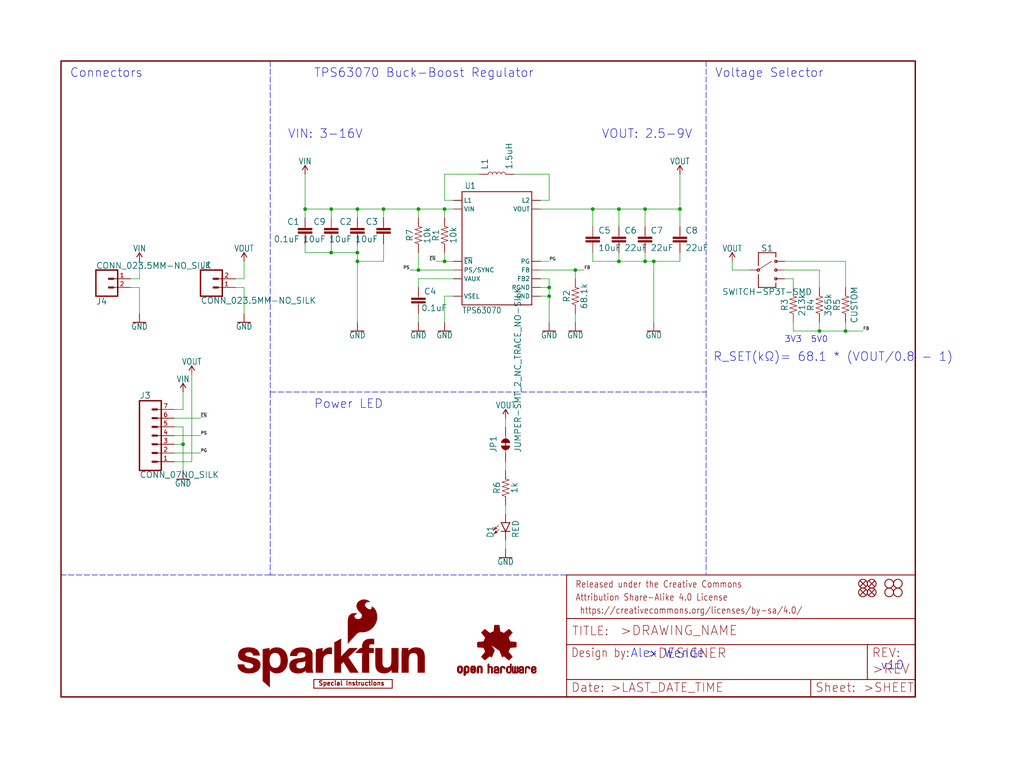
<source format=kicad_sch>
(kicad_sch (version 20211123) (generator eeschema)
  (paper "User" 298.399 223.926)
  (lib_symbols
    (symbol "eagleSchem-eagle-import:0.1UF-0603-25V-(+80{slash}-20%)"
      (property "Reference" "C" (at 1.524 2.921 0))
      (property "Value" "0.1UF-0603-25V-(+80{slash}-20%)" (at 1.524 -2.159 0))
      (symbol "0.1UF-0603-25V-(+80{slash}-20%)_1_0"
        (pin passive line (at 0 5.08 270) (length 2.54) (name "1") (number "1"))
        (pin passive line (at 0 -2.54 90) (length 2.54) (name "2") (number "2"))
      )
    )
    (symbol "eagleSchem-eagle-import:10KOHM-0603-1{slash}10W-1%"
      (property "Reference" "R" (at 0 1.524 0))
      (property "Value" "10KOHM-0603-1{slash}10W-1%" (at 0 -1.524 0))
      (symbol "10KOHM-0603-1{slash}10W-1%_1_0"
        (pin passive line (at -5.08 0 0) (length 2.54) (name "1") (number "1"))
        (pin passive line (at 5.08 0 180) (length 2.54) (name "2") (number "2"))
      )
    )
    (symbol "eagleSchem-eagle-import:10UF-0805-25V-10%"
      (property "Reference" "C" (at 1.524 2.921 0))
      (property "Value" "10UF-0805-25V-10%" (at 1.524 -2.159 0))
      (symbol "10UF-0805-25V-10%_1_0"
        (pin passive line (at 0 5.08 270) (length 2.54) (name "1") (number "1"))
        (pin passive line (at 0 -2.54 90) (length 2.54) (name "2") (number "2"))
      )
    )
    (symbol "eagleSchem-eagle-import:1KOHM-0603-1{slash}10W-1%"
      (property "Reference" "R" (at 0 1.524 0))
      (property "Value" "1KOHM-0603-1{slash}10W-1%" (at 0 -1.524 0))
      (symbol "1KOHM-0603-1{slash}10W-1%_1_0"
        (pin passive line (at -5.08 0 0) (length 2.54) (name "1") (number "1"))
        (pin passive line (at 5.08 0 180) (length 2.54) (name "2") (number "2"))
      )
    )
    (symbol "eagleSchem-eagle-import:213KOHM-0603-1{slash}10W-0.1%"
      (property "Reference" "R" (at 0 1.524 0))
      (property "Value" "213KOHM-0603-1{slash}10W-0.1%" (at 0 -1.524 0))
      (symbol "213KOHM-0603-1{slash}10W-0.1%_1_0"
        (pin passive line (at -5.08 0 0) (length 2.54) (name "1") (number "1"))
        (pin passive line (at 5.08 0 180) (length 2.54) (name "2") (number "2"))
      )
    )
    (symbol "eagleSchem-eagle-import:22UF-0805-16V-20%"
      (property "Reference" "C" (at 1.524 2.921 0))
      (property "Value" "22UF-0805-16V-20%" (at 1.524 -2.159 0))
      (symbol "22UF-0805-16V-20%_1_0"
        (pin passive line (at 0 5.08 270) (length 2.54) (name "1") (number "1"))
        (pin passive line (at 0 -2.54 90) (length 2.54) (name "2") (number "2"))
      )
    )
    (symbol "eagleSchem-eagle-import:365KOHM-0603-1{slash}10W-1%"
      (property "Reference" "R" (at 0 1.524 0))
      (property "Value" "365KOHM-0603-1{slash}10W-1%" (at 0 -1.524 0))
      (symbol "365KOHM-0603-1{slash}10W-1%_1_0"
        (pin passive line (at -5.08 0 0) (length 2.54) (name "1") (number "1"))
        (pin passive line (at 5.08 0 180) (length 2.54) (name "2") (number "2"))
      )
    )
    (symbol "eagleSchem-eagle-import:68.1KOHM-0603-1{slash}10W-1%"
      (property "Reference" "R" (at 0 1.524 0))
      (property "Value" "68.1KOHM-0603-1{slash}10W-1%" (at 0 -1.524 0))
      (symbol "68.1KOHM-0603-1{slash}10W-1%_1_0"
        (pin passive line (at -5.08 0 0) (length 2.54) (name "1") (number "1"))
        (pin passive line (at 5.08 0 180) (length 2.54) (name "2") (number "2"))
      )
    )
    (symbol "eagleSchem-eagle-import:CONN_023.5MM-NO_SILK"
      (property "Reference" "J" (at -2.54 5.588 0))
      (property "Value" "CONN_023.5MM-NO_SILK" (at -2.54 -4.826 0))
      (symbol "CONN_023.5MM-NO_SILK_1_0"
        (pin passive line (at 7.62 0 180) (length 5.08) (name "1") (number "1"))
        (pin passive line (at 7.62 2.54 180) (length 5.08) (name "2") (number "2"))
      )
    )
    (symbol "eagleSchem-eagle-import:CONN_07NO_SILK"
      (property "Reference" "J" (at -5.08 13.208 0))
      (property "Value" "CONN_07NO_SILK" (at -5.08 -9.906 0))
      (symbol "CONN_07NO_SILK_1_0"
        (pin passive line (at 5.08 -5.08 180) (length 5.08) (name "1") (number "1"))
        (pin passive line (at 5.08 -2.54 180) (length 5.08) (name "2") (number "2"))
        (pin passive line (at 5.08 0 180) (length 5.08) (name "3") (number "3"))
        (pin passive line (at 5.08 2.54 180) (length 5.08) (name "4") (number "4"))
        (pin passive line (at 5.08 5.08 180) (length 5.08) (name "5") (number "5"))
        (pin passive line (at 5.08 7.62 180) (length 5.08) (name "6") (number "6"))
        (pin passive line (at 5.08 10.16 180) (length 5.08) (name "7") (number "7"))
      )
    )
    (symbol "eagleSchem-eagle-import:FIDUCIALUFIDUCIAL")
    (symbol "eagleSchem-eagle-import:FRAME-LETTER"
      (symbol "FRAME-LETTER_2_0"
        (text " https://creativecommons.org/licenses/by-sa/4.0/" (at 2.54 24.13 0) (effects (font (size 1.9304 1.6408)) (justify left bottom)))
        (text ">DESIGNER" (at 23.114 11.176 0) (effects (font (size 2.7432 2.7432)) (justify left bottom)))
        (text ">DRAWING_NAME" (at 15.494 17.78 0) (effects (font (size 2.7432 2.7432)) (justify left bottom)))
        (text ">LAST_DATE_TIME" (at 12.7 1.27 0) (effects (font (size 2.54 2.54)) (justify left bottom)))
        (text ">REV" (at 88.9 6.604 0) (effects (font (size 2.7432 2.7432)) (justify left bottom)))
        (text ">SHEET" (at 86.36 1.27 0) (effects (font (size 2.54 2.54)) (justify left bottom)))
        (text "Attribution Share-Alike 4.0 License" (at 2.54 27.94 0) (effects (font (size 1.9304 1.6408)) (justify left bottom)))
        (text "Date:" (at 1.27 1.27 0) (effects (font (size 2.54 2.54)) (justify left bottom)))
        (text "Design by:" (at 1.27 11.43 0) (effects (font (size 2.54 2.159)) (justify left bottom)))
        (text "Released under the Creative Commons" (at 2.54 31.75 0) (effects (font (size 1.9304 1.6408)) (justify left bottom)))
        (text "REV:" (at 88.9 11.43 0) (effects (font (size 2.54 2.54)) (justify left bottom)))
        (text "Sheet:" (at 72.39 1.27 0) (effects (font (size 2.54 2.54)) (justify left bottom)))
        (text "TITLE:" (at 1.524 17.78 0) (effects (font (size 2.54 2.54)) (justify left bottom)))
      )
    )
    (symbol "eagleSchem-eagle-import:GND" (power)
      (property "Value" "GND" (at 0 -0.254 0))
      (symbol "GND_1_0"
        (pin power_in line (at 0 2.54 270) (length 2.54) (name "GND") (number "1"))
      )
    )
    (symbol "eagleSchem-eagle-import:INDUCTOR-XFL4020"
      (property "Reference" "L" (at 1.27 2.54 0))
      (property "Value" "INDUCTOR-XFL4020" (at 1.27 -2.54 0))
      (symbol "INDUCTOR-XFL4020_1_0"
        (pin passive line (at 0 5.08 270) (length 2.54) (name "1") (number "P$1"))
        (pin passive line (at 0 -5.08 90) (length 2.54) (name "2") (number "P$2"))
      )
    )
    (symbol "eagleSchem-eagle-import:JUMPER-SMT_2_NC_TRACE_NO-SILK"
      (property "Reference" "JP" (at -2.54 2.54 0))
      (property "Value" "JUMPER-SMT_2_NC_TRACE_NO-SILK" (at -2.54 -2.54 0))
      (symbol "JUMPER-SMT_2_NC_TRACE_NO-SILK_1_0"
        (pin passive line (at -5.08 0 0) (length 2.54) (name "1") (number "1"))
        (pin passive line (at 5.08 0 180) (length 2.54) (name "2") (number "2"))
      )
    )
    (symbol "eagleSchem-eagle-import:LED-RED0603"
      (property "Reference" "D" (at -3.429 -4.572 90))
      (property "Value" "LED-RED0603" (at 1.905 -4.572 90))
      (symbol "LED-RED0603_1_0"
        (pin passive line (at 0 2.54 270) (length 2.54) (name "A") (number "A"))
        (pin passive line (at 0 -5.08 90) (length 2.54) (name "C") (number "C"))
      )
    )
    (symbol "eagleSchem-eagle-import:OSHW-LOGOS")
    (symbol "eagleSchem-eagle-import:RESISTORAXIAL-0.3"
      (property "Reference" "R" (at 0 1.524 0))
      (property "Value" "RESISTORAXIAL-0.3" (at 0 -1.524 0))
      (symbol "RESISTORAXIAL-0.3_1_0"
        (pin passive line (at -5.08 0 0) (length 2.54) (name "1") (number "P$1"))
        (pin passive line (at 5.08 0 180) (length 2.54) (name "2") (number "P$2"))
      )
    )
    (symbol "eagleSchem-eagle-import:SFE_LOGO_NAME_FLAME.1_INCH")
    (symbol "eagleSchem-eagle-import:SPECIAL_INSTRUCTIONS-ORDERING"
      (symbol "SPECIAL_INSTRUCTIONS-ORDERING_1_0"
        (text "Special Instructions" (at 1.27 0.6985 0) (effects (font (size 1.27 1.27) (thickness 0.254) bold) (justify left bottom)))
      )
    )
    (symbol "eagleSchem-eagle-import:STAND-OFF")
    (symbol "eagleSchem-eagle-import:SWITCH-SP3T-SMD"
      (property "Reference" "S" (at 0 5.334 0))
      (property "Value" "SWITCH-SP3T-SMD" (at 0 -5.334 0))
      (symbol "SWITCH-SP3T-SMD_1_0"
        (pin bidirectional line (at 5.08 2.54 180) (length 2.54) (name "1") (number "1"))
        (pin bidirectional line (at 5.08 0 180) (length 2.54) (name "2") (number "2"))
        (pin bidirectional line (at -5.08 0 0) (length 2.54) (name "3") (number "3"))
        (pin bidirectional line (at 5.08 -2.54 180) (length 2.54) (name "4") (number "4"))
      )
    )
    (symbol "eagleSchem-eagle-import:TPS63070"
      (property "Reference" "U" (at -9.398 18.542 0))
      (property "Value" "TPS63070" (at -10.16 -17.78 0))
      (symbol "TPS63070_1_0"
        (pin bidirectional line (at -12.7 -5.08 0) (length 2.54) (name "PS/SYNC") (number "P$1"))
        (pin bidirectional line (at 12.7 -10.16 180) (length 2.54) (name "PGND") (number "P$10"))
        (pin bidirectional line (at -12.7 15.24 0) (length 2.54) (name "L1") (number "P$11"))
        (pin bidirectional line (at -12.7 12.7 0) (length 2.54) (name "VIN") (number "P$12/13"))
        (pin bidirectional line (at -12.7 -2.54 0) (length 2.54) (name "~{EN}") (number "P$14"))
        (pin bidirectional line (at -12.7 -12.7 0) (length 2.54) (name "VSEL") (number "P$15"))
        (pin bidirectional line (at 12.7 -2.54 180) (length 2.54) (name "PG") (number "P$2"))
        (pin bidirectional line (at -12.7 -7.62 0) (length 2.54) (name "VAUX") (number "P$3"))
        (pin bidirectional line (at 12.7 -12.7 180) (length 2.54) (name "GND") (number "P$4"))
        (pin bidirectional line (at 12.7 -5.08 180) (length 2.54) (name "FB") (number "P$5"))
        (pin bidirectional line (at 12.7 -7.62 180) (length 2.54) (name "FB2") (number "P$6"))
        (pin bidirectional line (at 12.7 12.7 180) (length 2.54) (name "VOUT") (number "P$7/8"))
        (pin bidirectional line (at 12.7 15.24 180) (length 2.54) (name "L2") (number "P$9"))
      )
    )
    (symbol "eagleSchem-eagle-import:VIN" (power)
      (property "Value" "VIN" (at 0 2.794 0))
      (symbol "VIN_1_0"
        (pin power_in line (at 0 0 90) (length 2.54) (name "VIN") (number "1"))
      )
    )
    (symbol "eagleSchem-eagle-import:VOUT" (power)
      (property "Value" "VOUT" (at 0 2.794 0))
      (symbol "VOUT_1_0"
        (pin power_in line (at 0 0 90) (length 2.54) (name "VOUT") (number "1"))
      )
    )
  )
  (junction (at 172.72 60.96))
  (junction (at 187.96 76.2))
  (junction (at 96.52 60.96))
  (junction (at 160.02 86.36))
  (junction (at 160.02 83.82))
  (junction (at 121.92 60.96))
  (junction (at 180.34 60.96))
  (junction (at 88.9 60.96))
  (junction (at 96.52 73.66))
  (junction (at 111.76 60.96))
  (junction (at 187.96 60.96))
  (junction (at 104.14 73.66))
  (junction (at 198.12 60.96))
  (junction (at 104.14 76.2))
  (junction (at 167.64 78.74))
  (junction (at 238.76 96.52))
  (junction (at 190.5 76.2))
  (junction (at 129.54 60.96))
  (junction (at 104.14 60.96))
  (junction (at 246.38 96.52))
  (junction (at 53.34 129.54))
  (junction (at 129.54 76.2))
  (junction (at 121.92 78.74))
  (junction (at 180.34 76.2))
  (wire (pts (xy 121.92 78.74) (xy 119.38 78.74)))
  (polyline (pts (xy 205.74 17.78) (xy 205.74 114.3)))
  (wire (pts (xy 132.08 58.42) (xy 129.54 58.42)))
  (wire (pts (xy 96.52 71.12) (xy 96.52 73.66)))
  (wire (pts (xy 190.5 93.98) (xy 190.5 76.2)))
  (wire (pts (xy 55.88 134.62) (xy 55.88 109.22)))
  (wire (pts (xy 121.92 63.5) (xy 121.92 60.96)))
  (wire (pts (xy 50.8 119.38) (xy 53.34 119.38)))
  (wire (pts (xy 147.32 134.62) (xy 147.32 137.16)))
  (wire (pts (xy 104.14 71.12) (xy 104.14 73.66)))
  (wire (pts (xy 38.1 81.28) (xy 40.64 81.28)))
  (wire (pts (xy 104.14 76.2) (xy 111.76 76.2)))
  (wire (pts (xy 167.64 78.74) (xy 170.18 78.74)))
  (wire (pts (xy 129.54 50.8) (xy 139.7 50.8)))
  (wire (pts (xy 180.34 66.04) (xy 180.34 60.96)))
  (wire (pts (xy 231.14 81.28) (xy 231.14 83.82)))
  (polyline (pts (xy 78.74 167.64) (xy 17.78 167.64)))
  (wire (pts (xy 160.02 81.28) (xy 160.02 83.82)))
  (wire (pts (xy 157.48 83.82) (xy 160.02 83.82)))
  (wire (pts (xy 187.96 73.66) (xy 187.96 76.2)))
  (wire (pts (xy 187.96 76.2) (xy 190.5 76.2)))
  (wire (pts (xy 157.48 86.36) (xy 160.02 86.36)))
  (wire (pts (xy 160.02 86.36) (xy 160.02 93.98)))
  (wire (pts (xy 121.92 81.28) (xy 121.92 83.82)))
  (wire (pts (xy 96.52 60.96) (xy 104.14 60.96)))
  (wire (pts (xy 147.32 157.48) (xy 147.32 160.02)))
  (polyline (pts (xy 205.74 114.3) (xy 205.74 167.64)))
  (wire (pts (xy 167.64 78.74) (xy 167.64 81.28)))
  (wire (pts (xy 246.38 96.52) (xy 238.76 96.52)))
  (wire (pts (xy 50.8 134.62) (xy 53.34 134.62)))
  (wire (pts (xy 246.38 76.2) (xy 246.38 83.82)))
  (wire (pts (xy 50.8 127) (xy 58.42 127)))
  (wire (pts (xy 172.72 76.2) (xy 180.34 76.2)))
  (wire (pts (xy 157.48 81.28) (xy 160.02 81.28)))
  (wire (pts (xy 246.38 93.98) (xy 246.38 96.52)))
  (wire (pts (xy 104.14 76.2) (xy 104.14 73.66)))
  (wire (pts (xy 228.6 81.28) (xy 231.14 81.28)))
  (wire (pts (xy 157.48 60.96) (xy 172.72 60.96)))
  (polyline (pts (xy 78.74 114.3) (xy 205.74 114.3)))
  (wire (pts (xy 172.72 66.04) (xy 172.72 60.96)))
  (wire (pts (xy 53.34 124.46) (xy 53.34 129.54)))
  (wire (pts (xy 231.14 93.98) (xy 231.14 96.52)))
  (wire (pts (xy 40.64 83.82) (xy 40.64 91.44)))
  (wire (pts (xy 53.34 119.38) (xy 53.34 114.3)))
  (wire (pts (xy 180.34 73.66) (xy 180.34 76.2)))
  (wire (pts (xy 68.58 81.28) (xy 71.12 81.28)))
  (wire (pts (xy 71.12 81.28) (xy 71.12 76.2)))
  (wire (pts (xy 132.08 81.28) (xy 121.92 81.28)))
  (wire (pts (xy 147.32 121.92) (xy 147.32 124.46)))
  (wire (pts (xy 96.52 63.5) (xy 96.52 60.96)))
  (wire (pts (xy 172.72 60.96) (xy 180.34 60.96)))
  (wire (pts (xy 96.52 73.66) (xy 104.14 73.66)))
  (wire (pts (xy 53.34 134.62) (xy 55.88 134.62)))
  (wire (pts (xy 198.12 73.66) (xy 198.12 76.2)))
  (wire (pts (xy 129.54 63.5) (xy 129.54 60.96)))
  (wire (pts (xy 198.12 50.8) (xy 198.12 60.96)))
  (wire (pts (xy 167.64 91.44) (xy 167.64 93.98)))
  (wire (pts (xy 198.12 76.2) (xy 190.5 76.2)))
  (wire (pts (xy 238.76 78.74) (xy 238.76 83.82)))
  (wire (pts (xy 40.64 81.28) (xy 40.64 76.2)))
  (wire (pts (xy 111.76 60.96) (xy 104.14 60.96)))
  (wire (pts (xy 129.54 76.2) (xy 129.54 73.66)))
  (wire (pts (xy 38.1 83.82) (xy 40.64 83.82)))
  (wire (pts (xy 50.8 124.46) (xy 53.34 124.46)))
  (wire (pts (xy 172.72 73.66) (xy 172.72 76.2)))
  (wire (pts (xy 111.76 76.2) (xy 111.76 71.12)))
  (wire (pts (xy 104.14 60.96) (xy 104.14 63.5)))
  (wire (pts (xy 132.08 86.36) (xy 129.54 86.36)))
  (wire (pts (xy 132.08 76.2) (xy 129.54 76.2)))
  (wire (pts (xy 198.12 66.04) (xy 198.12 60.96)))
  (wire (pts (xy 218.44 78.74) (xy 213.36 78.74)))
  (wire (pts (xy 157.48 76.2) (xy 160.02 76.2)))
  (wire (pts (xy 53.34 129.54) (xy 53.34 137.16)))
  (wire (pts (xy 160.02 83.82) (xy 160.02 86.36)))
  (wire (pts (xy 121.92 78.74) (xy 121.92 73.66)))
  (wire (pts (xy 147.32 147.32) (xy 147.32 149.86)))
  (wire (pts (xy 50.8 132.08) (xy 58.42 132.08)))
  (wire (pts (xy 132.08 60.96) (xy 129.54 60.96)))
  (wire (pts (xy 71.12 83.82) (xy 71.12 91.44)))
  (wire (pts (xy 104.14 76.2) (xy 104.14 93.98)))
  (wire (pts (xy 50.8 129.54) (xy 53.34 129.54)))
  (wire (pts (xy 129.54 60.96) (xy 121.92 60.96)))
  (polyline (pts (xy 78.74 17.78) (xy 78.74 114.3)))
  (wire (pts (xy 68.58 83.82) (xy 71.12 83.82)))
  (wire (pts (xy 160.02 58.42) (xy 157.48 58.42)))
  (wire (pts (xy 88.9 63.5) (xy 88.9 60.96)))
  (wire (pts (xy 88.9 60.96) (xy 96.52 60.96)))
  (wire (pts (xy 88.9 71.12) (xy 88.9 73.66)))
  (wire (pts (xy 160.02 50.8) (xy 160.02 58.42)))
  (wire (pts (xy 228.6 78.74) (xy 238.76 78.74)))
  (wire (pts (xy 246.38 96.52) (xy 251.46 96.52)))
  (wire (pts (xy 121.92 60.96) (xy 111.76 60.96)))
  (wire (pts (xy 121.92 91.44) (xy 121.92 93.98)))
  (wire (pts (xy 180.34 60.96) (xy 187.96 60.96)))
  (wire (pts (xy 50.8 121.92) (xy 58.42 121.92)))
  (polyline (pts (xy 78.74 167.64) (xy 165.1 167.64)))
  (wire (pts (xy 228.6 76.2) (xy 246.38 76.2)))
  (wire (pts (xy 129.54 86.36) (xy 129.54 93.98)))
  (wire (pts (xy 88.9 50.8) (xy 88.9 60.96)))
  (wire (pts (xy 111.76 63.5) (xy 111.76 60.96)))
  (wire (pts (xy 187.96 60.96) (xy 198.12 60.96)))
  (wire (pts (xy 231.14 96.52) (xy 238.76 96.52)))
  (wire (pts (xy 213.36 78.74) (xy 213.36 76.2)))
  (wire (pts (xy 157.48 78.74) (xy 167.64 78.74)))
  (wire (pts (xy 180.34 76.2) (xy 187.96 76.2)))
  (wire (pts (xy 121.92 78.74) (xy 132.08 78.74)))
  (wire (pts (xy 149.86 50.8) (xy 160.02 50.8)))
  (wire (pts (xy 187.96 66.04) (xy 187.96 60.96)))
  (wire (pts (xy 238.76 93.98) (xy 238.76 96.52)))
  (wire (pts (xy 129.54 58.42) (xy 129.54 50.8)))
  (wire (pts (xy 129.54 76.2) (xy 127 76.2)))
  (wire (pts (xy 88.9 73.66) (xy 96.52 73.66)))
  (polyline (pts (xy 78.74 114.3) (xy 78.74 167.64)))
  (text "VIN: 3-16V" (at 83.82 40.64 180) (effects (font (size 2.54 2.54)) (justify left bottom)))
  (text "Alex Wende" (at 183.642 192.024 180) (effects (font (size 2.54 2.54)) (justify left bottom)))
  (text "v10" (at 256.54 195.58 180) (effects (font (size 2.54 2.54)) (justify left bottom)))
  (text "5V0" (at 238.76 99.06 180) (effects (font (size 1.778 1.778))))
  (text "3V3" (at 231.14 99.06 180) (effects (font (size 1.778 1.778))))
  (text "VOUT: 2.5-9V" (at 175.26 40.64 180) (effects (font (size 2.54 2.54)) (justify left bottom)))
  (text "Voltage Selector" (at 208.28 22.86 180) (effects (font (size 2.54 2.54)) (justify left bottom)))
  (text "TPS63070 Buck-Boost Regulator" (at 91.44 22.86 180) (effects (font (size 2.54 2.54)) (justify left bottom)))
  (text "R_SET(kΩ)= 68.1 * (VOUT/0.8 - 1)" (at 207.772 105.664 180) (effects (font (size 2.54 2.54)) (justify left bottom)))
  (text "Connectors" (at 20.32 22.86 180) (effects (font (size 2.54 2.54)) (justify left bottom)))
  (text "Power LED" (at 91.44 119.38 180) (effects (font (size 2.54 2.54)) (justify left bottom)))
  (label "PS" (at 119.38 78.74 180) (effects (font (size 0.889 0.889))))
  (label "PG" (at 160.02 76.2 0) (effects (font (size 0.889 0.889))))
  (label "FB" (at 251.46 96.52 0) (effects (font (size 0.889 0.889))))
  (label "~{EN}" (at 58.42 121.92 0) (effects (font (size 0.889 0.889))))
  (label "PG" (at 58.42 132.08 0) (effects (font (size 0.889 0.889))))
  (label "PS" (at 58.42 127 0) (effects (font (size 0.889 0.889))))
  (label "FB" (at 170.18 78.74 0) (effects (font (size 0.889 0.889))))
  (label "~{EN}" (at 127 76.2 180) (effects (font (size 0.889 0.889))))
  (symbol (lib_id "eagleSchem-eagle-import:GND") (at 167.64 96.52 0) (unit 1)
    (property "Reference" "#GND7" (effects hide))
    (property "Value" "GND" (at 167.64 96.774 0) (effects (font (size 1.778 1.5113)) (justify top)))
    (property "Footprint" "eagleSchem:" (effects hide))
  )
  (symbol (lib_id "eagleSchem-eagle-import:GND") (at 71.12 93.98 0) (unit 1)
    (property "Reference" "#GND2" (effects hide))
    (property "Value" "GND" (at 71.12 94.234 0) (effects (font (size 1.778 1.5113)) (justify top)))
    (property "Footprint" "eagleSchem:" (effects hide))
  )
  (symbol (lib_id "eagleSchem-eagle-import:10UF-0805-25V-10%") (at 104.14 68.58 0) (mirror y) (unit 1)
    (property "Reference" "C2" (at 102.616 65.659 0) (effects (font (size 1.778 1.778)) (justify left bottom)))
    (property "Value" "10uF" (at 102.616 70.739 0) (effects (font (size 1.778 1.778)) (justify left bottom)))
    (property "Footprint" "eagleSchem:0805" (effects hide))
  )
  (symbol (lib_id "eagleSchem-eagle-import:FIDUCIALUFIDUCIAL") (at 251.46 172.72 0) (unit 1)
    (property "Reference" "FD2" (effects hide))
    (property "Value" "FIDUCIALUFIDUCIAL" (effects hide))
    (property "Footprint" "eagleSchem:FIDUCIAL-MICRO" (effects hide))
  )
  (symbol (lib_id "eagleSchem-eagle-import:STAND-OFF") (at 259.08 172.72 0) (unit 1)
    (property "Reference" "H2" (effects hide))
    (property "Value" "STAND-OFF" (effects hide))
    (property "Footprint" "eagleSchem:STAND-OFF" (effects hide))
  )
  (symbol (lib_id "eagleSchem-eagle-import:10UF-0805-25V-10%") (at 111.76 68.58 0) (mirror y) (unit 1)
    (property "Reference" "C3" (at 110.236 65.659 0) (effects (font (size 1.778 1.778)) (justify left bottom)))
    (property "Value" "10uF" (at 110.236 70.739 0) (effects (font (size 1.778 1.778)) (justify left bottom)))
    (property "Footprint" "eagleSchem:0805" (effects hide))
  )
  (symbol (lib_id "eagleSchem-eagle-import:CONN_023.5MM-NO_SILK") (at 30.48 81.28 0) (mirror x) (unit 1)
    (property "Reference" "J4" (at 27.94 86.868 0) (effects (font (size 1.778 1.778)) (justify left bottom)))
    (property "Value" "CONN_023.5MM-NO_SILK" (at 27.94 76.454 0) (effects (font (size 1.778 1.778)) (justify left bottom)))
    (property "Footprint" "eagleSchem:SCREWTERMINAL-3.5MM-2-NS" (effects hide))
  )
  (symbol (lib_id "eagleSchem-eagle-import:10KOHM-0603-1{slash}10W-1%") (at 129.54 68.58 90) (unit 1)
    (property "Reference" "R1" (at 128.016 68.58 0) (effects (font (size 1.778 1.778)) (justify bottom)))
    (property "Value" "10k" (at 131.064 68.58 0) (effects (font (size 1.778 1.778)) (justify top)))
    (property "Footprint" "eagleSchem:0603" (effects hide))
  )
  (symbol (lib_id "eagleSchem-eagle-import:INDUCTOR-XFL4020") (at 144.78 50.8 90) (unit 1)
    (property "Reference" "L1" (at 142.24 49.53 0) (effects (font (size 1.778 1.778)) (justify left bottom)))
    (property "Value" "1.5uH" (at 147.32 49.53 0) (effects (font (size 1.778 1.778)) (justify left top)))
    (property "Footprint" "eagleSchem:XFL4020" (effects hide))
  )
  (symbol (lib_id "eagleSchem-eagle-import:GND") (at 53.34 139.7 0) (unit 1)
    (property "Reference" "#GND8" (effects hide))
    (property "Value" "GND" (at 53.34 139.954 0) (effects (font (size 1.778 1.5113)) (justify top)))
    (property "Footprint" "eagleSchem:" (effects hide))
  )
  (symbol (lib_id "eagleSchem-eagle-import:RESISTORAXIAL-0.3") (at 246.38 88.9 90) (unit 1)
    (property "Reference" "R5" (at 244.856 88.9 0) (effects (font (size 1.778 1.778)) (justify bottom)))
    (property "Value" "CUSTOM" (at 247.904 88.9 0) (effects (font (size 1.778 1.778)) (justify top)))
    (property "Footprint" "eagleSchem:AXIAL-0.3" (effects hide))
  )
  (symbol (lib_id "eagleSchem-eagle-import:SPECIAL_INSTRUCTIONS-ORDERING") (at 91.44 200.66 0) (unit 1)
    (property "Reference" "LOGO3" (effects hide))
    (property "Value" "SPECIAL_INSTRUCTIONS-ORDERING" (effects hide))
    (property "Footprint" "eagleSchem:ORDERING_INSTRUCTIONS" (effects hide))
  )
  (symbol (lib_id "eagleSchem-eagle-import:213KOHM-0603-1{slash}10W-0.1%") (at 231.14 88.9 90) (unit 1)
    (property "Reference" "R3" (at 229.616 88.9 0) (effects (font (size 1.778 1.778)) (justify bottom)))
    (property "Value" "213k" (at 232.664 88.9 0) (effects (font (size 1.778 1.778)) (justify top)))
    (property "Footprint" "eagleSchem:0603" (effects hide))
  )
  (symbol (lib_id "eagleSchem-eagle-import:GND") (at 104.14 96.52 0) (unit 1)
    (property "Reference" "#GND3" (effects hide))
    (property "Value" "GND" (at 104.14 96.774 0) (effects (font (size 1.778 1.5113)) (justify top)))
    (property "Footprint" "eagleSchem:" (effects hide))
  )
  (symbol (lib_id "eagleSchem-eagle-import:FRAME-LETTER") (at 17.78 203.2 0) (unit 1)
    (property "Reference" "FRAME1" (effects hide))
    (property "Value" "FRAME-LETTER" (effects hide))
    (property "Footprint" "eagleSchem:CREATIVE_COMMONS" (effects hide))
  )
  (symbol (lib_id "eagleSchem-eagle-import:10UF-0805-25V-10%") (at 96.52 68.58 0) (mirror y) (unit 1)
    (property "Reference" "C9" (at 94.996 65.659 0) (effects (font (size 1.778 1.778)) (justify left bottom)))
    (property "Value" "10uF" (at 94.996 70.739 0) (effects (font (size 1.778 1.778)) (justify left bottom)))
    (property "Footprint" "eagleSchem:0805" (effects hide))
  )
  (symbol (lib_id "eagleSchem-eagle-import:OSHW-LOGOS") (at 144.78 187.96 0) (unit 1)
    (property "Reference" "LOGO2" (effects hide))
    (property "Value" "OSHW-LOGOS" (effects hide))
    (property "Footprint" "eagleSchem:OSHW-LOGO-S" (effects hide))
  )
  (symbol (lib_id "eagleSchem-eagle-import:FRAME-LETTER") (at 165.1 203.2 0) (unit 2)
    (property "Reference" "FRAME1" (effects hide))
    (property "Value" "FRAME-LETTER" (effects hide))
    (property "Footprint" "eagleSchem:CREATIVE_COMMONS" (effects hide))
  )
  (symbol (lib_id "eagleSchem-eagle-import:VOUT") (at 71.12 76.2 0) (unit 1)
    (property "Reference" "#SUPPLY2" (effects hide))
    (property "Value" "VOUT" (at 71.12 73.406 0) (effects (font (size 1.778 1.5113)) (justify bottom)))
    (property "Footprint" "eagleSchem:" (effects hide))
  )
  (symbol (lib_id "eagleSchem-eagle-import:VOUT") (at 147.32 121.92 0) (unit 1)
    (property "Reference" "#SUPPLY6" (effects hide))
    (property "Value" "VOUT" (at 147.32 119.126 0) (effects (font (size 1.778 1.5113)) (justify bottom)))
    (property "Footprint" "eagleSchem:" (effects hide))
  )
  (symbol (lib_id "eagleSchem-eagle-import:STAND-OFF") (at 261.62 170.18 0) (unit 1)
    (property "Reference" "H3" (effects hide))
    (property "Value" "STAND-OFF" (effects hide))
    (property "Footprint" "eagleSchem:STAND-OFF" (effects hide))
  )
  (symbol (lib_id "eagleSchem-eagle-import:10KOHM-0603-1{slash}10W-1%") (at 121.92 68.58 90) (unit 1)
    (property "Reference" "R7" (at 120.396 68.58 0) (effects (font (size 1.778 1.778)) (justify bottom)))
    (property "Value" "10k" (at 123.444 68.58 0) (effects (font (size 1.778 1.778)) (justify top)))
    (property "Footprint" "eagleSchem:0603" (effects hide))
  )
  (symbol (lib_id "eagleSchem-eagle-import:VOUT") (at 55.88 109.22 0) (unit 1)
    (property "Reference" "#SUPPLY8" (effects hide))
    (property "Value" "VOUT" (at 55.88 106.426 0) (effects (font (size 1.778 1.5113)) (justify bottom)))
    (property "Footprint" "eagleSchem:" (effects hide))
  )
  (symbol (lib_id "eagleSchem-eagle-import:10UF-0805-25V-10%") (at 172.72 71.12 0) (unit 1)
    (property "Reference" "C5" (at 174.244 68.199 0) (effects (font (size 1.778 1.778)) (justify left bottom)))
    (property "Value" "10uF" (at 174.244 73.279 0) (effects (font (size 1.778 1.778)) (justify left bottom)))
    (property "Footprint" "eagleSchem:0805" (effects hide))
  )
  (symbol (lib_id "eagleSchem-eagle-import:SWITCH-SP3T-SMD") (at 223.52 78.74 0) (unit 1)
    (property "Reference" "S1" (at 223.52 73.406 0) (effects (font (size 1.778 1.778)) (justify bottom)))
    (property "Value" "SWITCH-SP3T-SMD" (at 223.52 84.074 0) (effects (font (size 1.778 1.778)) (justify top)))
    (property "Footprint" "eagleSchem:SWITCH_SP3T_SMD" (effects hide))
  )
  (symbol (lib_id "eagleSchem-eagle-import:0.1UF-0603-25V-(+80{slash}-20%)") (at 88.9 68.58 0) (mirror y) (unit 1)
    (property "Reference" "C1" (at 87.376 65.659 0) (effects (font (size 1.778 1.778)) (justify left bottom)))
    (property "Value" "0.1uF" (at 87.376 70.739 0) (effects (font (size 1.778 1.778)) (justify left bottom)))
    (property "Footprint" "eagleSchem:0603" (effects hide))
  )
  (symbol (lib_id "eagleSchem-eagle-import:STAND-OFF") (at 261.62 172.72 0) (unit 1)
    (property "Reference" "H4" (effects hide))
    (property "Value" "STAND-OFF" (effects hide))
    (property "Footprint" "eagleSchem:STAND-OFF" (effects hide))
  )
  (symbol (lib_id "eagleSchem-eagle-import:1KOHM-0603-1{slash}10W-1%") (at 147.32 142.24 90) (unit 1)
    (property "Reference" "R6" (at 145.796 142.24 0) (effects (font (size 1.778 1.778)) (justify bottom)))
    (property "Value" "1k" (at 148.844 142.24 0) (effects (font (size 1.778 1.778)) (justify top)))
    (property "Footprint" "eagleSchem:0603" (effects hide))
  )
  (symbol (lib_id "eagleSchem-eagle-import:VIN") (at 40.64 76.2 0) (unit 1)
    (property "Reference" "#SUPPLY1" (effects hide))
    (property "Value" "VIN" (at 40.64 73.406 0) (effects (font (size 1.778 1.5113)) (justify bottom)))
    (property "Footprint" "eagleSchem:" (effects hide))
  )
  (symbol (lib_id "eagleSchem-eagle-import:VIN") (at 53.34 114.3 0) (unit 1)
    (property "Reference" "#SUPPLY7" (effects hide))
    (property "Value" "VIN" (at 53.34 111.506 0) (effects (font (size 1.778 1.5113)) (justify bottom)))
    (property "Footprint" "eagleSchem:" (effects hide))
  )
  (symbol (lib_id "eagleSchem-eagle-import:VIN") (at 88.9 50.8 0) (unit 1)
    (property "Reference" "#SUPPLY3" (effects hide))
    (property "Value" "VIN" (at 88.9 48.006 0) (effects (font (size 1.778 1.5113)) (justify bottom)))
    (property "Footprint" "eagleSchem:" (effects hide))
  )
  (symbol (lib_id "eagleSchem-eagle-import:VOUT") (at 213.36 76.2 0) (unit 1)
    (property "Reference" "#SUPPLY5" (effects hide))
    (property "Value" "VOUT" (at 213.36 73.406 0) (effects (font (size 1.778 1.5113)) (justify bottom)))
    (property "Footprint" "eagleSchem:" (effects hide))
  )
  (symbol (lib_id "eagleSchem-eagle-import:0.1UF-0603-25V-(+80{slash}-20%)") (at 121.92 88.9 0) (unit 1)
    (property "Reference" "C4" (at 123.444 85.979 0) (effects (font (size 1.778 1.778)) (justify left bottom)))
    (property "Value" "0.1uF" (at 122.682 90.805 0) (effects (font (size 1.778 1.778)) (justify left bottom)))
    (property "Footprint" "eagleSchem:0603" (effects hide))
  )
  (symbol (lib_id "eagleSchem-eagle-import:22UF-0805-16V-20%") (at 180.34 71.12 0) (unit 1)
    (property "Reference" "C6" (at 181.864 68.199 0) (effects (font (size 1.778 1.778)) (justify left bottom)))
    (property "Value" "22uF" (at 181.864 73.279 0) (effects (font (size 1.778 1.778)) (justify left bottom)))
    (property "Footprint" "eagleSchem:0805" (effects hide))
  )
  (symbol (lib_id "eagleSchem-eagle-import:GND") (at 147.32 162.56 0) (unit 1)
    (property "Reference" "#GND10" (effects hide))
    (property "Value" "GND" (at 147.32 162.814 0) (effects (font (size 1.778 1.5113)) (justify top)))
    (property "Footprint" "eagleSchem:" (effects hide))
  )
  (symbol (lib_id "eagleSchem-eagle-import:LED-RED0603") (at 147.32 152.4 0) (unit 1)
    (property "Reference" "D1" (at 143.891 156.972 90) (effects (font (size 1.778 1.778)) (justify left bottom)))
    (property "Value" "RED" (at 149.225 156.972 90) (effects (font (size 1.778 1.778)) (justify left top)))
    (property "Footprint" "eagleSchem:LED-0603" (effects hide))
  )
  (symbol (lib_id "eagleSchem-eagle-import:STAND-OFF") (at 259.08 170.18 0) (unit 1)
    (property "Reference" "H1" (effects hide))
    (property "Value" "STAND-OFF" (effects hide))
    (property "Footprint" "eagleSchem:STAND-OFF" (effects hide))
  )
  (symbol (lib_id "eagleSchem-eagle-import:GND") (at 40.64 93.98 0) (unit 1)
    (property "Reference" "#GND1" (effects hide))
    (property "Value" "GND" (at 40.64 94.234 0) (effects (font (size 1.778 1.5113)) (justify top)))
    (property "Footprint" "eagleSchem:" (effects hide))
  )
  (symbol (lib_id "eagleSchem-eagle-import:GND") (at 121.92 96.52 0) (unit 1)
    (property "Reference" "#GND4" (effects hide))
    (property "Value" "GND" (at 121.92 96.774 0) (effects (font (size 1.778 1.5113)) (justify top)))
    (property "Footprint" "eagleSchem:" (effects hide))
  )
  (symbol (lib_id "eagleSchem-eagle-import:GND") (at 129.54 96.52 0) (unit 1)
    (property "Reference" "#GND5" (effects hide))
    (property "Value" "GND" (at 129.54 96.774 0) (effects (font (size 1.778 1.5113)) (justify top)))
    (property "Footprint" "eagleSchem:" (effects hide))
  )
  (symbol (lib_id "eagleSchem-eagle-import:TPS63070") (at 144.78 73.66 0) (unit 1)
    (property "Reference" "U1" (at 135.382 55.118 0) (effects (font (size 1.778 1.5113)) (justify left bottom)))
    (property "Value" "TPS63070" (at 134.62 91.44 0) (effects (font (size 1.778 1.5113)) (justify left bottom)))
    (property "Footprint" "eagleSchem:VQFN-15-HR(3X2.5)" (effects hide))
  )
  (symbol (lib_id "eagleSchem-eagle-import:FIDUCIALUFIDUCIAL") (at 254 170.18 0) (unit 1)
    (property "Reference" "FD3" (effects hide))
    (property "Value" "FIDUCIALUFIDUCIAL" (effects hide))
    (property "Footprint" "eagleSchem:FIDUCIAL-MICRO" (effects hide))
  )
  (symbol (lib_id "eagleSchem-eagle-import:FIDUCIALUFIDUCIAL") (at 251.46 170.18 0) (unit 1)
    (property "Reference" "FD1" (effects hide))
    (property "Value" "FIDUCIALUFIDUCIAL" (effects hide))
    (property "Footprint" "eagleSchem:FIDUCIAL-MICRO" (effects hide))
  )
  (symbol (lib_id "eagleSchem-eagle-import:22UF-0805-16V-20%") (at 187.96 71.12 0) (unit 1)
    (property "Reference" "C7" (at 189.484 68.199 0) (effects (font (size 1.778 1.778)) (justify left bottom)))
    (property "Value" "22uF" (at 189.484 73.279 0) (effects (font (size 1.778 1.778)) (justify left bottom)))
    (property "Footprint" "eagleSchem:0805" (effects hide))
  )
  (symbol (lib_id "eagleSchem-eagle-import:22UF-0805-16V-20%") (at 198.12 71.12 0) (unit 1)
    (property "Reference" "C8" (at 199.644 68.199 0) (effects (font (size 1.778 1.778)) (justify left bottom)))
    (property "Value" "22uF" (at 199.644 73.279 0) (effects (font (size 1.778 1.778)) (justify left bottom)))
    (property "Footprint" "eagleSchem:0805" (effects hide))
  )
  (symbol (lib_id "eagleSchem-eagle-import:CONN_023.5MM-NO_SILK") (at 60.96 83.82 0) (unit 1)
    (property "Reference" "J1" (at 58.42 78.232 0) (effects (font (size 1.778 1.778)) (justify left bottom)))
    (property "Value" "CONN_023.5MM-NO_SILK" (at 58.42 88.646 0) (effects (font (size 1.778 1.778)) (justify left bottom)))
    (property "Footprint" "eagleSchem:SCREWTERMINAL-3.5MM-2-NS" (effects hide))
  )
  (symbol (lib_id "eagleSchem-eagle-import:FIDUCIALUFIDUCIAL") (at 254 172.72 0) (unit 1)
    (property "Reference" "FD4" (effects hide))
    (property "Value" "FIDUCIALUFIDUCIAL" (effects hide))
    (property "Footprint" "eagleSchem:FIDUCIAL-MICRO" (effects hide))
  )
  (symbol (lib_id "eagleSchem-eagle-import:365KOHM-0603-1{slash}10W-1%") (at 238.76 88.9 90) (unit 1)
    (property "Reference" "R4" (at 237.236 88.9 0) (effects (font (size 1.778 1.778)) (justify bottom)))
    (property "Value" "365k" (at 240.284 88.9 0) (effects (font (size 1.778 1.778)) (justify top)))
    (property "Footprint" "eagleSchem:0603" (effects hide))
  )
  (symbol (lib_id "eagleSchem-eagle-import:GND") (at 190.5 96.52 0) (unit 1)
    (property "Reference" "#GND9" (effects hide))
    (property "Value" "GND" (at 190.5 96.774 0) (effects (font (size 1.778 1.5113)) (justify top)))
    (property "Footprint" "eagleSchem:" (effects hide))
  )
  (symbol (lib_id "eagleSchem-eagle-import:GND") (at 160.02 96.52 0) (unit 1)
    (property "Reference" "#GND6" (effects hide))
    (property "Value" "GND" (at 160.02 96.774 0) (effects (font (size 1.778 1.5113)) (justify top)))
    (property "Footprint" "eagleSchem:" (effects hide))
  )
  (symbol (lib_id "eagleSchem-eagle-import:VOUT") (at 198.12 50.8 0) (unit 1)
    (property "Reference" "#SUPPLY4" (effects hide))
    (property "Value" "VOUT" (at 198.12 48.006 0) (effects (font (size 1.778 1.5113)) (justify bottom)))
    (property "Footprint" "eagleSchem:" (effects hide))
  )
  (symbol (lib_id "eagleSchem-eagle-import:SFE_LOGO_NAME_FLAME.1_INCH") (at 68.58 200.66 0) (unit 1)
    (property "Reference" "LOGO1" (effects hide))
    (property "Value" "SFE_LOGO_NAME_FLAME.1_INCH" (effects hide))
    (property "Footprint" "eagleSchem:SFE_LOGO_NAME_FLAME_.1" (effects hide))
  )
  (symbol (lib_id "eagleSchem-eagle-import:68.1KOHM-0603-1{slash}10W-1%") (at 167.64 86.36 90) (unit 1)
    (property "Reference" "R2" (at 166.116 86.36 0) (effects (font (size 1.778 1.778)) (justify bottom)))
    (property "Value" "68.1k" (at 169.164 86.36 0) (effects (font (size 1.778 1.778)) (justify top)))
    (property "Footprint" "eagleSchem:0603" (effects hide))
  )
  (symbol (lib_id "eagleSchem-eagle-import:CONN_07NO_SILK") (at 45.72 129.54 0) (unit 1)
    (property "Reference" "J3" (at 40.64 116.332 0) (effects (font (size 1.778 1.778)) (justify left bottom)))
    (property "Value" "CONN_07NO_SILK" (at 40.64 139.446 0) (effects (font (size 1.778 1.778)) (justify left bottom)))
    (property "Footprint" "eagleSchem:1X07_NO_SILK" (effects hide))
  )
  (symbol (lib_id "eagleSchem-eagle-import:JUMPER-SMT_2_NC_TRACE_NO-SILK") (at 147.32 129.54 90) (unit 1)
    (property "Reference" "JP1" (at 144.78 132.08 0) (effects (font (size 1.778 1.778)) (justify left bottom)))
    (property "Value" "JUMPER-SMT_2_NC_TRACE_NO-SILK" (at 149.86 132.08 0) (effects (font (size 1.778 1.778)) (justify left top)))
    (property "Footprint" "eagleSchem:SMT-JUMPER_2_NC_TRACE_NO-SILK" (effects hide))
  )
)
</source>
